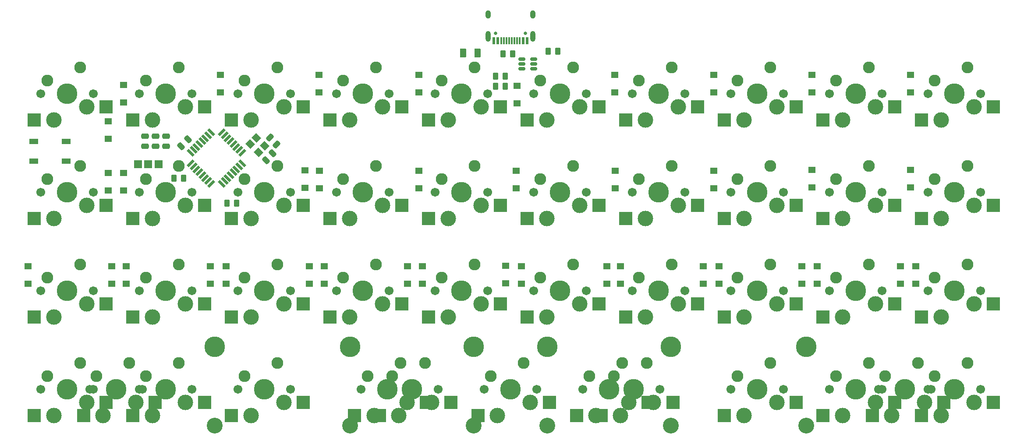
<source format=gbr>
%TF.GenerationSoftware,KiCad,Pcbnew,(6.99.0-222-g367431f825)*%
%TF.CreationDate,2022-01-13T21:14:40+01:00*%
%TF.ProjectId,Endeavour-2,456e6465-6176-46f7-9572-2d322e6b6963,rev?*%
%TF.SameCoordinates,Original*%
%TF.FileFunction,Soldermask,Bot*%
%TF.FilePolarity,Negative*%
%FSLAX46Y46*%
G04 Gerber Fmt 4.6, Leading zero omitted, Abs format (unit mm)*
G04 Created by KiCad (PCBNEW (6.99.0-222-g367431f825)) date 2022-01-13 21:14:40*
%MOMM*%
%LPD*%
G01*
G04 APERTURE LIST*
G04 Aperture macros list*
%AMRoundRect*
0 Rectangle with rounded corners*
0 $1 Rounding radius*
0 $2 $3 $4 $5 $6 $7 $8 $9 X,Y pos of 4 corners*
0 Add a 4 corners polygon primitive as box body*
4,1,4,$2,$3,$4,$5,$6,$7,$8,$9,$2,$3,0*
0 Add four circle primitives for the rounded corners*
1,1,$1+$1,$2,$3*
1,1,$1+$1,$4,$5*
1,1,$1+$1,$6,$7*
1,1,$1+$1,$8,$9*
0 Add four rect primitives between the rounded corners*
20,1,$1+$1,$2,$3,$4,$5,0*
20,1,$1+$1,$4,$5,$6,$7,0*
20,1,$1+$1,$6,$7,$8,$9,0*
20,1,$1+$1,$8,$9,$2,$3,0*%
%AMRotRect*
0 Rectangle, with rotation*
0 The origin of the aperture is its center*
0 $1 length*
0 $2 width*
0 $3 Rotation angle, in degrees counterclockwise*
0 Add horizontal line*
21,1,$1,$2,0,0,$3*%
G04 Aperture macros list end*
%ADD10C,1.701800*%
%ADD11C,3.000000*%
%ADD12C,3.987800*%
%ADD13R,2.550000X2.500000*%
%ADD14C,2.286000*%
%ADD15C,3.048000*%
%ADD16C,0.650000*%
%ADD17R,0.600000X1.450000*%
%ADD18R,0.300000X1.450000*%
%ADD19O,1.000000X1.600000*%
%ADD20O,1.000000X2.100000*%
%ADD21R,1.400000X1.200000*%
%ADD22RoundRect,0.250000X0.512652X0.159099X0.159099X0.512652X-0.512652X-0.159099X-0.159099X-0.512652X0*%
%ADD23RoundRect,0.250000X0.159099X-0.512652X0.512652X-0.159099X-0.159099X0.512652X-0.512652X0.159099X0*%
%ADD24RoundRect,0.150000X0.512500X0.150000X-0.512500X0.150000X-0.512500X-0.150000X0.512500X-0.150000X0*%
%ADD25R,1.700000X1.000000*%
%ADD26RoundRect,0.250000X-0.159099X0.512652X-0.512652X0.159099X0.159099X-0.512652X0.512652X-0.159099X0*%
%ADD27RoundRect,0.250000X0.262500X0.450000X-0.262500X0.450000X-0.262500X-0.450000X0.262500X-0.450000X0*%
%ADD28RoundRect,0.250000X-0.475000X0.250000X-0.475000X-0.250000X0.475000X-0.250000X0.475000X0.250000X0*%
%ADD29RoundRect,0.250000X-0.262500X-0.450000X0.262500X-0.450000X0.262500X0.450000X-0.262500X0.450000X0*%
%ADD30RotRect,1.600000X0.550000X225.000000*%
%ADD31RotRect,1.600000X0.550000X135.000000*%
%ADD32C,1.524000*%
%ADD33R,1.524000X1.524000*%
%ADD34RoundRect,0.250000X0.375000X0.625000X-0.375000X0.625000X-0.375000X-0.625000X0.375000X-0.625000X0*%
%ADD35RotRect,1.400000X1.200000X315.000000*%
G04 APERTURE END LIST*
D10*
%TO.C,K0*%
X55910000Y-35330000D03*
D11*
X58450000Y-40410000D03*
D12*
X60990000Y-35330000D03*
D11*
X64800000Y-37870000D03*
D10*
X66070000Y-35330000D03*
D13*
X54700000Y-40410000D03*
D14*
X63530000Y-30250000D03*
X57180000Y-32790000D03*
D13*
X68550000Y-37870000D03*
%TD*%
D10*
%TO.C,K1*%
X74960000Y-35330000D03*
D11*
X77500000Y-40410000D03*
D12*
X80040000Y-35330000D03*
D11*
X83850000Y-37870000D03*
D10*
X85120000Y-35330000D03*
D13*
X73750000Y-40410000D03*
D14*
X82580000Y-30250000D03*
X76230000Y-32790000D03*
D13*
X87600000Y-37870000D03*
%TD*%
D10*
%TO.C,K2*%
X94010000Y-35330000D03*
D11*
X96550000Y-40410000D03*
D12*
X99090000Y-35330000D03*
D11*
X102900000Y-37870000D03*
D10*
X104170000Y-35330000D03*
D13*
X92800000Y-40410000D03*
D14*
X101630000Y-30250000D03*
X95280000Y-32790000D03*
D13*
X106650000Y-37870000D03*
%TD*%
D10*
%TO.C,K3*%
X113060000Y-35330000D03*
D11*
X115600000Y-40410000D03*
D12*
X118140000Y-35330000D03*
D11*
X121950000Y-37870000D03*
D10*
X123220000Y-35330000D03*
D13*
X111850000Y-40410000D03*
D14*
X120680000Y-30250000D03*
X114330000Y-32790000D03*
D13*
X125700000Y-37870000D03*
%TD*%
D10*
%TO.C,K4*%
X132110000Y-35330000D03*
D11*
X134650000Y-40410000D03*
D12*
X137190000Y-35330000D03*
D11*
X141000000Y-37870000D03*
D10*
X142270000Y-35330000D03*
D13*
X130900000Y-40410000D03*
D14*
X139730000Y-30250000D03*
X133380000Y-32790000D03*
D13*
X144750000Y-37870000D03*
%TD*%
D10*
%TO.C,K6*%
X170210000Y-35330000D03*
D11*
X172750000Y-40410000D03*
D12*
X175290000Y-35330000D03*
D11*
X179100000Y-37870000D03*
D10*
X180370000Y-35330000D03*
D13*
X169000000Y-40410000D03*
D14*
X177830000Y-30250000D03*
X171480000Y-32790000D03*
D13*
X182850000Y-37870000D03*
%TD*%
D10*
%TO.C,K7*%
X189260000Y-35330000D03*
D11*
X191800000Y-40410000D03*
D12*
X194340000Y-35330000D03*
D11*
X198150000Y-37870000D03*
D10*
X199420000Y-35330000D03*
D13*
X188050000Y-40410000D03*
D14*
X196880000Y-30250000D03*
X190530000Y-32790000D03*
D13*
X201900000Y-37870000D03*
%TD*%
D10*
%TO.C,K8*%
X208310000Y-35330000D03*
D11*
X210850000Y-40410000D03*
D12*
X213390000Y-35330000D03*
D11*
X217200000Y-37870000D03*
D10*
X218470000Y-35330000D03*
D13*
X207100000Y-40410000D03*
D14*
X215930000Y-30250000D03*
X209580000Y-32790000D03*
D13*
X220950000Y-37870000D03*
%TD*%
D10*
%TO.C,K9*%
X227360000Y-35330000D03*
D11*
X229900000Y-40410000D03*
D12*
X232440000Y-35330000D03*
D11*
X236250000Y-37870000D03*
D10*
X237520000Y-35330000D03*
D13*
X226150000Y-40410000D03*
D14*
X234980000Y-30250000D03*
X228630000Y-32790000D03*
D13*
X240000000Y-37870000D03*
%TD*%
D10*
%TO.C,K10*%
X55910000Y-54380000D03*
D11*
X58450000Y-59460000D03*
D12*
X60990000Y-54380000D03*
D11*
X64800000Y-56920000D03*
D10*
X66070000Y-54380000D03*
D13*
X54700000Y-59460000D03*
D14*
X63530000Y-49300000D03*
X57180000Y-51840000D03*
D13*
X68550000Y-56920000D03*
%TD*%
D10*
%TO.C,K11*%
X74960000Y-54380000D03*
D11*
X77500000Y-59460000D03*
D12*
X80040000Y-54380000D03*
D11*
X83850000Y-56920000D03*
D10*
X85120000Y-54380000D03*
D13*
X73750000Y-59460000D03*
D14*
X82580000Y-49300000D03*
X76230000Y-51840000D03*
D13*
X87600000Y-56920000D03*
%TD*%
D10*
%TO.C,K12*%
X94010000Y-54380000D03*
D11*
X96550000Y-59460000D03*
D12*
X99090000Y-54380000D03*
D11*
X102900000Y-56920000D03*
D10*
X104170000Y-54380000D03*
D13*
X92800000Y-59460000D03*
D14*
X101630000Y-49300000D03*
X95280000Y-51840000D03*
D13*
X106650000Y-56920000D03*
%TD*%
D10*
%TO.C,K13*%
X113060000Y-54380000D03*
D11*
X115600000Y-59460000D03*
D12*
X118140000Y-54380000D03*
D11*
X121950000Y-56920000D03*
D10*
X123220000Y-54380000D03*
D13*
X111850000Y-59460000D03*
D14*
X120680000Y-49300000D03*
X114330000Y-51840000D03*
D13*
X125700000Y-56920000D03*
%TD*%
D10*
%TO.C,K14*%
X132110000Y-54380000D03*
D11*
X134650000Y-59460000D03*
D12*
X137190000Y-54380000D03*
D11*
X141000000Y-56920000D03*
D10*
X142270000Y-54380000D03*
D13*
X130900000Y-59460000D03*
D14*
X139730000Y-49300000D03*
X133380000Y-51840000D03*
D13*
X144750000Y-56920000D03*
%TD*%
D10*
%TO.C,K15*%
X151160000Y-54380000D03*
D11*
X153700000Y-59460000D03*
D12*
X156240000Y-54380000D03*
D11*
X160050000Y-56920000D03*
D10*
X161320000Y-54380000D03*
D13*
X149950000Y-59460000D03*
D14*
X158780000Y-49300000D03*
X152430000Y-51840000D03*
D13*
X163800000Y-56920000D03*
%TD*%
D10*
%TO.C,K16*%
X170210000Y-54380000D03*
D11*
X172750000Y-59460000D03*
D12*
X175290000Y-54380000D03*
D11*
X179100000Y-56920000D03*
D10*
X180370000Y-54380000D03*
D13*
X169000000Y-59460000D03*
D14*
X177830000Y-49300000D03*
X171480000Y-51840000D03*
D13*
X182850000Y-56920000D03*
%TD*%
D10*
%TO.C,K17*%
X189260000Y-54380000D03*
D11*
X191800000Y-59460000D03*
D12*
X194340000Y-54380000D03*
D11*
X198150000Y-56920000D03*
D10*
X199420000Y-54380000D03*
D13*
X188050000Y-59460000D03*
D14*
X196880000Y-49300000D03*
X190530000Y-51840000D03*
D13*
X201900000Y-56920000D03*
%TD*%
D10*
%TO.C,K18*%
X208310000Y-54380000D03*
D11*
X210850000Y-59460000D03*
D12*
X213390000Y-54380000D03*
D11*
X217200000Y-56920000D03*
D10*
X218470000Y-54380000D03*
D13*
X207100000Y-59460000D03*
D14*
X215930000Y-49300000D03*
X209580000Y-51840000D03*
D13*
X220950000Y-56920000D03*
%TD*%
D10*
%TO.C,K19*%
X227360000Y-54380000D03*
D11*
X229900000Y-59460000D03*
D12*
X232440000Y-54380000D03*
D11*
X236250000Y-56920000D03*
D10*
X237520000Y-54380000D03*
D13*
X226150000Y-59460000D03*
D14*
X234980000Y-49300000D03*
X228630000Y-51840000D03*
D13*
X240000000Y-56920000D03*
%TD*%
D10*
%TO.C,K20*%
X55910000Y-73430000D03*
D11*
X58450000Y-78510000D03*
D12*
X60990000Y-73430000D03*
D11*
X64800000Y-75970000D03*
D10*
X66070000Y-73430000D03*
D13*
X54700000Y-78510000D03*
D14*
X63530000Y-68350000D03*
X57180000Y-70890000D03*
D13*
X68550000Y-75970000D03*
%TD*%
D10*
%TO.C,K21*%
X74960000Y-73430000D03*
D11*
X77500000Y-78510000D03*
D12*
X80040000Y-73430000D03*
D11*
X83850000Y-75970000D03*
D10*
X85120000Y-73430000D03*
D13*
X73750000Y-78510000D03*
D14*
X82580000Y-68350000D03*
X76230000Y-70890000D03*
D13*
X87600000Y-75970000D03*
%TD*%
D10*
%TO.C,K22*%
X94010000Y-73430000D03*
D11*
X96550000Y-78510000D03*
D12*
X99090000Y-73430000D03*
D11*
X102900000Y-75970000D03*
D10*
X104170000Y-73430000D03*
D13*
X92800000Y-78510000D03*
D14*
X101630000Y-68350000D03*
X95280000Y-70890000D03*
D13*
X106650000Y-75970000D03*
%TD*%
D10*
%TO.C,K23*%
X113060000Y-73430000D03*
D11*
X115600000Y-78510000D03*
D12*
X118140000Y-73430000D03*
D11*
X121950000Y-75970000D03*
D10*
X123220000Y-73430000D03*
D13*
X111850000Y-78510000D03*
D14*
X120680000Y-68350000D03*
X114330000Y-70890000D03*
D13*
X125700000Y-75970000D03*
%TD*%
D10*
%TO.C,K24*%
X132110000Y-73430000D03*
D11*
X134650000Y-78510000D03*
D12*
X137190000Y-73430000D03*
D11*
X141000000Y-75970000D03*
D10*
X142270000Y-73430000D03*
D13*
X130900000Y-78510000D03*
D14*
X139730000Y-68350000D03*
X133380000Y-70890000D03*
D13*
X144750000Y-75970000D03*
%TD*%
D10*
%TO.C,K25*%
X151160000Y-73430000D03*
D11*
X153700000Y-78510000D03*
D12*
X156240000Y-73430000D03*
D11*
X160050000Y-75970000D03*
D10*
X161320000Y-73430000D03*
D13*
X149950000Y-78510000D03*
D14*
X158780000Y-68350000D03*
X152430000Y-70890000D03*
D13*
X163800000Y-75970000D03*
%TD*%
D10*
%TO.C,K26*%
X170210000Y-73430000D03*
D11*
X172750000Y-78510000D03*
D12*
X175290000Y-73430000D03*
D11*
X179100000Y-75970000D03*
D10*
X180370000Y-73430000D03*
D13*
X169000000Y-78510000D03*
D14*
X177830000Y-68350000D03*
X171480000Y-70890000D03*
D13*
X182850000Y-75970000D03*
%TD*%
D10*
%TO.C,K27*%
X189260000Y-73430000D03*
D11*
X191800000Y-78510000D03*
D12*
X194340000Y-73430000D03*
D11*
X198150000Y-75970000D03*
D10*
X199420000Y-73430000D03*
D13*
X188050000Y-78510000D03*
D14*
X196880000Y-68350000D03*
X190530000Y-70890000D03*
D13*
X201900000Y-75970000D03*
%TD*%
D10*
%TO.C,K28*%
X208310000Y-73430000D03*
D11*
X210850000Y-78510000D03*
D12*
X213390000Y-73430000D03*
D11*
X217200000Y-75970000D03*
D10*
X218470000Y-73430000D03*
D13*
X207100000Y-78510000D03*
D14*
X215930000Y-68350000D03*
X209580000Y-70890000D03*
D13*
X220950000Y-75970000D03*
%TD*%
D10*
%TO.C,K29*%
X227360000Y-73430000D03*
D11*
X229900000Y-78510000D03*
D12*
X232440000Y-73430000D03*
D11*
X236250000Y-75970000D03*
D10*
X237520000Y-73430000D03*
D13*
X226150000Y-78510000D03*
D14*
X234980000Y-68350000D03*
X228630000Y-70890000D03*
D13*
X240000000Y-75970000D03*
%TD*%
D10*
%TO.C,1u1*%
X55910000Y-92480000D03*
D11*
X58450000Y-97560000D03*
D12*
X60990000Y-92480000D03*
D11*
X64800000Y-95020000D03*
D10*
X66070000Y-92480000D03*
D13*
X54700000Y-97560000D03*
D14*
X63530000Y-87400000D03*
X57180000Y-89940000D03*
D13*
X68550000Y-95020000D03*
%TD*%
D10*
%TO.C,1u2*%
X74960000Y-92480000D03*
D11*
X77500000Y-97560000D03*
D12*
X80040000Y-92480000D03*
D11*
X83850000Y-95020000D03*
D10*
X85120000Y-92480000D03*
D13*
X73750000Y-97560000D03*
D14*
X82580000Y-87400000D03*
X76230000Y-89940000D03*
D13*
X87600000Y-95020000D03*
%TD*%
D10*
%TO.C,1u3*%
X94010000Y-92480000D03*
D11*
X96550000Y-97560000D03*
D12*
X99090000Y-92480000D03*
D11*
X102900000Y-95020000D03*
D10*
X104170000Y-92480000D03*
D13*
X92800000Y-97560000D03*
D14*
X101630000Y-87400000D03*
X95280000Y-89940000D03*
D13*
X106650000Y-95020000D03*
%TD*%
D10*
%TO.C,2u1*%
X122585000Y-92480000D03*
D11*
X125125000Y-97560000D03*
D12*
X127665000Y-92480000D03*
D11*
X131475000Y-95020000D03*
D10*
X132745000Y-92480000D03*
D13*
X121375000Y-97560000D03*
D14*
X130205000Y-87400000D03*
X123855000Y-89940000D03*
D13*
X135225000Y-95020000D03*
%TD*%
D10*
%TO.C,2u2*%
X160685000Y-92480000D03*
D11*
X163225000Y-97560000D03*
D12*
X165765000Y-92480000D03*
D11*
X169575000Y-95020000D03*
D10*
X170845000Y-92480000D03*
D13*
X159475000Y-97560000D03*
D14*
X168305000Y-87400000D03*
X161955000Y-89940000D03*
D13*
X173325000Y-95020000D03*
%TD*%
D10*
%TO.C,1u6*%
X189260000Y-92480000D03*
D11*
X191800000Y-97560000D03*
D12*
X194340000Y-92480000D03*
D11*
X198150000Y-95020000D03*
D10*
X199420000Y-92480000D03*
D13*
X188050000Y-97560000D03*
D14*
X196880000Y-87400000D03*
X190530000Y-89940000D03*
D13*
X201900000Y-95020000D03*
%TD*%
D10*
%TO.C,1u7*%
X208310000Y-92480000D03*
D11*
X210850000Y-97560000D03*
D12*
X213390000Y-92480000D03*
D11*
X217200000Y-95020000D03*
D10*
X218470000Y-92480000D03*
D13*
X207100000Y-97560000D03*
D14*
X215930000Y-87400000D03*
X209580000Y-89940000D03*
D13*
X220950000Y-95020000D03*
%TD*%
D10*
%TO.C,1u8*%
X227360000Y-92460000D03*
D11*
X229900000Y-97540000D03*
D12*
X232440000Y-92460000D03*
D11*
X236250000Y-95000000D03*
D10*
X237520000Y-92460000D03*
D13*
X226150000Y-97540000D03*
D14*
X234980000Y-87380000D03*
X228630000Y-89920000D03*
D13*
X240000000Y-95000000D03*
%TD*%
D10*
%TO.C,K5*%
X151160000Y-35330000D03*
D11*
X153700000Y-40410000D03*
D12*
X156240000Y-35330000D03*
D11*
X160050000Y-37870000D03*
D10*
X161320000Y-35330000D03*
D13*
X149950000Y-40410000D03*
D14*
X158780000Y-30250000D03*
X152430000Y-32790000D03*
D13*
X163800000Y-37870000D03*
%TD*%
D10*
%TO.C,SPACE1*%
X141635000Y-92480000D03*
D11*
X144175000Y-97560000D03*
D12*
X146715000Y-92480000D03*
D11*
X150525000Y-95020000D03*
D10*
X151795000Y-92480000D03*
D13*
X140425000Y-97560000D03*
D14*
X149255000Y-87400000D03*
X142905000Y-89940000D03*
D13*
X154275000Y-95020000D03*
%TD*%
D10*
%TO.C,1.5u1*%
X117822500Y-92480000D03*
D11*
X120362500Y-97560000D03*
D12*
X122902500Y-92480000D03*
D11*
X126712500Y-95020000D03*
D10*
X127982500Y-92480000D03*
D13*
X116612500Y-97560000D03*
D14*
X125442500Y-87400000D03*
X119092500Y-89940000D03*
D13*
X130462500Y-95020000D03*
%TD*%
D15*
%TO.C,H2*%
X139571250Y-99465000D03*
D12*
X139571250Y-84225000D03*
D15*
X115758750Y-99465000D03*
D12*
X115758750Y-84225000D03*
%TD*%
D15*
%TO.C,H1*%
X177671250Y-99465000D03*
D12*
X177671250Y-84225000D03*
D15*
X153858750Y-99465000D03*
D12*
X153858750Y-84225000D03*
%TD*%
D15*
%TO.C,H0*%
X203865000Y-99465000D03*
D12*
X203865000Y-84225000D03*
D15*
X89565000Y-99465000D03*
D12*
X89565000Y-84225000D03*
%TD*%
D10*
%TO.C,1.5u2*%
X165447500Y-92480000D03*
D11*
X167987500Y-97560000D03*
D12*
X170527500Y-92480000D03*
D11*
X174337500Y-95020000D03*
D10*
X175607500Y-92480000D03*
D13*
X164237500Y-97560000D03*
D14*
X173067500Y-87400000D03*
X166717500Y-89940000D03*
D13*
X178087500Y-95020000D03*
%TD*%
D10*
%TO.C,1u_space2*%
X217835000Y-92480000D03*
D11*
X220375000Y-97560000D03*
D12*
X222915000Y-92480000D03*
D11*
X226725000Y-95020000D03*
D10*
X227995000Y-92480000D03*
D13*
X216625000Y-97560000D03*
D14*
X225455000Y-87400000D03*
X219105000Y-89940000D03*
D13*
X230475000Y-95020000D03*
%TD*%
D10*
%TO.C,1u_space1*%
X65435000Y-92480000D03*
D11*
X67975000Y-97560000D03*
D12*
X70515000Y-92480000D03*
D11*
X74325000Y-95020000D03*
D10*
X75595000Y-92480000D03*
D13*
X64225000Y-97560000D03*
D14*
X73055000Y-87400000D03*
X66705000Y-89940000D03*
D13*
X78075000Y-95020000D03*
%TD*%
D16*
%TO.C,J1*%
X143825000Y-23642500D03*
X149605000Y-23642500D03*
D17*
X143465000Y-25087500D03*
X144265000Y-25087500D03*
D18*
X145465000Y-25087500D03*
X146465000Y-25087500D03*
X146965000Y-25087500D03*
X147965000Y-25087500D03*
D17*
X149165000Y-25087500D03*
X149965000Y-25087500D03*
X149965000Y-25087500D03*
X149165000Y-25087500D03*
D18*
X148465000Y-25087500D03*
X147465000Y-25087500D03*
X145965000Y-25087500D03*
X144965000Y-25087500D03*
D17*
X144265000Y-25087500D03*
X143465000Y-25087500D03*
D19*
X142395000Y-19992500D03*
D20*
X142395000Y-24172500D03*
D19*
X151035000Y-19992500D03*
D20*
X151035000Y-24172500D03*
%TD*%
D21*
%TO.C,D11*%
X71990000Y-50630000D03*
X71990000Y-54030000D03*
%TD*%
%TO.C,D9*%
X223990000Y-35030000D03*
X223990000Y-31630000D03*
%TD*%
D22*
%TO.C,C2*%
X101539751Y-45145751D03*
X100196249Y-43802249D03*
%TD*%
D21*
%TO.C,D10*%
X68990000Y-50630000D03*
X68990000Y-54030000D03*
%TD*%
%TO.C,D37*%
X183990000Y-68630000D03*
X183990000Y-72030000D03*
%TD*%
%TO.C,D20*%
X53490000Y-68630000D03*
X53490000Y-72030000D03*
%TD*%
D23*
%TO.C,C3*%
X99434249Y-48193751D03*
X100777751Y-46850249D03*
%TD*%
D24*
%TO.C,U2*%
X151187500Y-28590000D03*
X151187500Y-29540000D03*
X151187500Y-30490000D03*
X148912500Y-30490000D03*
X148912500Y-29540000D03*
X148912500Y-28590000D03*
%TD*%
D21*
%TO.C,D3*%
X109690000Y-35030000D03*
X109690000Y-31630000D03*
%TD*%
D25*
%TO.C,SW1*%
X60860000Y-44520000D03*
X54560000Y-44520000D03*
X60860000Y-48320000D03*
X54560000Y-48320000D03*
%TD*%
D21*
%TO.C,D23*%
X110740000Y-68630000D03*
X110740000Y-72030000D03*
%TD*%
D26*
%TO.C,C1*%
X84411751Y-44128249D03*
X83068249Y-45471751D03*
%TD*%
D21*
%TO.C,D29*%
X224990000Y-68630000D03*
X224990000Y-72030000D03*
%TD*%
%TO.C,D22*%
X91740000Y-68630000D03*
X91740000Y-72030000D03*
%TD*%
D27*
%TO.C,R1*%
X145662500Y-31890000D03*
X143837500Y-31890000D03*
%TD*%
D21*
%TO.C,D24*%
X129690000Y-68660000D03*
X129690000Y-72060000D03*
%TD*%
%TO.C,D30*%
X69650000Y-68620000D03*
X69650000Y-72020000D03*
%TD*%
D28*
%TO.C,C5*%
X78140000Y-43530000D03*
X78140000Y-45430000D03*
%TD*%
D21*
%TO.C,D13*%
X109775000Y-50200000D03*
X109775000Y-53600000D03*
%TD*%
%TO.C,D28*%
X205990000Y-68630000D03*
X205990000Y-72030000D03*
%TD*%
D27*
%TO.C,R6*%
X93762500Y-56450000D03*
X91937500Y-56450000D03*
%TD*%
D29*
%TO.C,R3*%
X81697500Y-51630000D03*
X83522500Y-51630000D03*
%TD*%
D21*
%TO.C,D16*%
X166925000Y-50225000D03*
X166925000Y-53625000D03*
%TD*%
%TO.C,D18*%
X204990000Y-50030000D03*
X204990000Y-53430000D03*
%TD*%
%TO.C,D12*%
X107030000Y-50140000D03*
X107030000Y-53540000D03*
%TD*%
%TO.C,D2*%
X90690000Y-35030000D03*
X90690000Y-31630000D03*
%TD*%
%TO.C,D7*%
X185990000Y-35030000D03*
X185990000Y-31630000D03*
%TD*%
%TO.C,D35*%
X145820000Y-68590000D03*
X145820000Y-71990000D03*
%TD*%
D27*
%TO.C,R4*%
X147132500Y-27590000D03*
X145307500Y-27590000D03*
%TD*%
D21*
%TO.C,D15*%
X147825000Y-50225000D03*
X147825000Y-53625000D03*
%TD*%
D29*
%TO.C,R2*%
X143837500Y-33860000D03*
X145662500Y-33860000D03*
%TD*%
D21*
%TO.C,D8*%
X204990000Y-35030000D03*
X204990000Y-31630000D03*
%TD*%
%TO.C,D31*%
X88750000Y-68625000D03*
X88750000Y-72025000D03*
%TD*%
%TO.C,D39*%
X222100000Y-68650000D03*
X222100000Y-72050000D03*
%TD*%
D28*
%TO.C,C6*%
X76140000Y-43530000D03*
X76140000Y-45430000D03*
%TD*%
D21*
%TO.C,D38*%
X202990000Y-68630000D03*
X202990000Y-72030000D03*
%TD*%
%TO.C,D33*%
X126850000Y-68650000D03*
X126850000Y-72050000D03*
%TD*%
%TO.C,D19*%
X223990000Y-50030000D03*
X223990000Y-53430000D03*
%TD*%
%TO.C,D32*%
X107850000Y-68625000D03*
X107850000Y-72025000D03*
%TD*%
%TO.C,D26*%
X167990000Y-68630000D03*
X167990000Y-72030000D03*
%TD*%
%TO.C,D21*%
X72490000Y-68630000D03*
X72490000Y-72030000D03*
%TD*%
%TO.C,D14*%
X128990000Y-50200000D03*
X128990000Y-53600000D03*
%TD*%
%TO.C,D4*%
X128990000Y-35030000D03*
X128990000Y-31630000D03*
%TD*%
%TO.C,D5*%
X147970000Y-37160000D03*
X147970000Y-33760000D03*
%TD*%
%TO.C,D0*%
X68990000Y-44030000D03*
X68990000Y-40630000D03*
%TD*%
%TO.C,D17*%
X185990000Y-50230000D03*
X185990000Y-53630000D03*
%TD*%
D28*
%TO.C,C4*%
X80200000Y-43530000D03*
X80200000Y-45430000D03*
%TD*%
D30*
%TO.C,U1*%
X90905305Y-42764897D03*
X91470990Y-43330583D03*
X92036676Y-43896268D03*
X92602361Y-44461953D03*
X93168047Y-45027639D03*
X93733732Y-45593324D03*
X94299417Y-46159010D03*
X94865103Y-46724695D03*
D31*
X94865103Y-48775305D03*
X94299417Y-49340990D03*
X93733732Y-49906676D03*
X93168047Y-50472361D03*
X92602361Y-51038047D03*
X92036676Y-51603732D03*
X91470990Y-52169417D03*
X90905305Y-52735103D03*
D30*
X88854695Y-52735103D03*
X88289010Y-52169417D03*
X87723324Y-51603732D03*
X87157639Y-51038047D03*
X86591953Y-50472361D03*
X86026268Y-49906676D03*
X85460583Y-49340990D03*
X84894897Y-48775305D03*
D31*
X84894897Y-46724695D03*
X85460583Y-46159010D03*
X86026268Y-45593324D03*
X86591953Y-45027639D03*
X87157639Y-44461953D03*
X87723324Y-43896268D03*
X88289010Y-43330583D03*
X88854695Y-42764897D03*
%TD*%
D32*
%TO.C,JP1*%
X74725000Y-48939000D03*
D33*
X74735000Y-48949000D03*
X74735000Y-48949000D03*
D32*
X76725000Y-48939000D03*
D33*
X76735000Y-48949000D03*
X76735000Y-48949000D03*
X78735000Y-48949000D03*
X78735000Y-48949000D03*
D32*
X78735000Y-48959000D03*
%TD*%
D21*
%TO.C,D1*%
X71990000Y-37030000D03*
X71990000Y-33630000D03*
%TD*%
%TO.C,D6*%
X166890000Y-35030000D03*
X166890000Y-31630000D03*
%TD*%
D34*
%TO.C,F1*%
X140380000Y-27460000D03*
X137580000Y-27460000D03*
%TD*%
D21*
%TO.C,D25*%
X148800000Y-68630000D03*
X148800000Y-72030000D03*
%TD*%
D35*
%TO.C,Y1*%
X97643223Y-43857142D03*
X99198858Y-45412777D03*
X97996777Y-46614858D03*
X96441142Y-45059223D03*
%TD*%
D21*
%TO.C,D36*%
X165300000Y-68650000D03*
X165300000Y-72050000D03*
%TD*%
D27*
%TO.C,R5*%
X155862500Y-27080000D03*
X154037500Y-27080000D03*
%TD*%
D21*
%TO.C,D27*%
X186990000Y-68630000D03*
X186990000Y-72030000D03*
%TD*%
M02*

</source>
